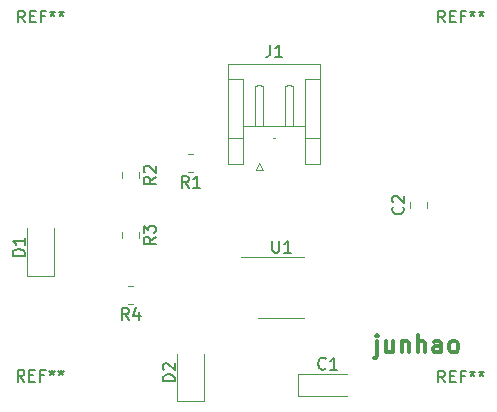
<source format=gbr>
%TF.GenerationSoftware,KiCad,Pcbnew,7.0.10*%
%TF.CreationDate,2024-01-18T11:30:15-08:00*%
%TF.ProjectId,week2,7765656b-322e-46b6-9963-61645f706362,rev?*%
%TF.SameCoordinates,Original*%
%TF.FileFunction,Legend,Top*%
%TF.FilePolarity,Positive*%
%FSLAX46Y46*%
G04 Gerber Fmt 4.6, Leading zero omitted, Abs format (unit mm)*
G04 Created by KiCad (PCBNEW 7.0.10) date 2024-01-18 11:30:15*
%MOMM*%
%LPD*%
G01*
G04 APERTURE LIST*
%ADD10C,0.300000*%
%ADD11C,0.150000*%
%ADD12C,0.120000*%
G04 APERTURE END LIST*
D10*
X178354510Y-113100828D02*
X178354510Y-114386542D01*
X178354510Y-114386542D02*
X178283082Y-114529400D01*
X178283082Y-114529400D02*
X178140225Y-114600828D01*
X178140225Y-114600828D02*
X178068796Y-114600828D01*
X178354510Y-112600828D02*
X178283082Y-112672257D01*
X178283082Y-112672257D02*
X178354510Y-112743685D01*
X178354510Y-112743685D02*
X178425939Y-112672257D01*
X178425939Y-112672257D02*
X178354510Y-112600828D01*
X178354510Y-112600828D02*
X178354510Y-112743685D01*
X179711654Y-113100828D02*
X179711654Y-114100828D01*
X179068796Y-113100828D02*
X179068796Y-113886542D01*
X179068796Y-113886542D02*
X179140225Y-114029400D01*
X179140225Y-114029400D02*
X179283082Y-114100828D01*
X179283082Y-114100828D02*
X179497368Y-114100828D01*
X179497368Y-114100828D02*
X179640225Y-114029400D01*
X179640225Y-114029400D02*
X179711654Y-113957971D01*
X180425939Y-113100828D02*
X180425939Y-114100828D01*
X180425939Y-113243685D02*
X180497368Y-113172257D01*
X180497368Y-113172257D02*
X180640225Y-113100828D01*
X180640225Y-113100828D02*
X180854511Y-113100828D01*
X180854511Y-113100828D02*
X180997368Y-113172257D01*
X180997368Y-113172257D02*
X181068797Y-113315114D01*
X181068797Y-113315114D02*
X181068797Y-114100828D01*
X181783082Y-114100828D02*
X181783082Y-112600828D01*
X182425940Y-114100828D02*
X182425940Y-113315114D01*
X182425940Y-113315114D02*
X182354511Y-113172257D01*
X182354511Y-113172257D02*
X182211654Y-113100828D01*
X182211654Y-113100828D02*
X181997368Y-113100828D01*
X181997368Y-113100828D02*
X181854511Y-113172257D01*
X181854511Y-113172257D02*
X181783082Y-113243685D01*
X183783083Y-114100828D02*
X183783083Y-113315114D01*
X183783083Y-113315114D02*
X183711654Y-113172257D01*
X183711654Y-113172257D02*
X183568797Y-113100828D01*
X183568797Y-113100828D02*
X183283083Y-113100828D01*
X183283083Y-113100828D02*
X183140225Y-113172257D01*
X183783083Y-114029400D02*
X183640225Y-114100828D01*
X183640225Y-114100828D02*
X183283083Y-114100828D01*
X183283083Y-114100828D02*
X183140225Y-114029400D01*
X183140225Y-114029400D02*
X183068797Y-113886542D01*
X183068797Y-113886542D02*
X183068797Y-113743685D01*
X183068797Y-113743685D02*
X183140225Y-113600828D01*
X183140225Y-113600828D02*
X183283083Y-113529400D01*
X183283083Y-113529400D02*
X183640225Y-113529400D01*
X183640225Y-113529400D02*
X183783083Y-113457971D01*
X184711654Y-114100828D02*
X184568797Y-114029400D01*
X184568797Y-114029400D02*
X184497368Y-113957971D01*
X184497368Y-113957971D02*
X184425940Y-113815114D01*
X184425940Y-113815114D02*
X184425940Y-113386542D01*
X184425940Y-113386542D02*
X184497368Y-113243685D01*
X184497368Y-113243685D02*
X184568797Y-113172257D01*
X184568797Y-113172257D02*
X184711654Y-113100828D01*
X184711654Y-113100828D02*
X184925940Y-113100828D01*
X184925940Y-113100828D02*
X185068797Y-113172257D01*
X185068797Y-113172257D02*
X185140226Y-113243685D01*
X185140226Y-113243685D02*
X185211654Y-113386542D01*
X185211654Y-113386542D02*
X185211654Y-113815114D01*
X185211654Y-113815114D02*
X185140226Y-113957971D01*
X185140226Y-113957971D02*
X185068797Y-114029400D01*
X185068797Y-114029400D02*
X184925940Y-114100828D01*
X184925940Y-114100828D02*
X184711654Y-114100828D01*
D11*
X184086666Y-116634819D02*
X183753333Y-116158628D01*
X183515238Y-116634819D02*
X183515238Y-115634819D01*
X183515238Y-115634819D02*
X183896190Y-115634819D01*
X183896190Y-115634819D02*
X183991428Y-115682438D01*
X183991428Y-115682438D02*
X184039047Y-115730057D01*
X184039047Y-115730057D02*
X184086666Y-115825295D01*
X184086666Y-115825295D02*
X184086666Y-115968152D01*
X184086666Y-115968152D02*
X184039047Y-116063390D01*
X184039047Y-116063390D02*
X183991428Y-116111009D01*
X183991428Y-116111009D02*
X183896190Y-116158628D01*
X183896190Y-116158628D02*
X183515238Y-116158628D01*
X184515238Y-116111009D02*
X184848571Y-116111009D01*
X184991428Y-116634819D02*
X184515238Y-116634819D01*
X184515238Y-116634819D02*
X184515238Y-115634819D01*
X184515238Y-115634819D02*
X184991428Y-115634819D01*
X185753333Y-116111009D02*
X185420000Y-116111009D01*
X185420000Y-116634819D02*
X185420000Y-115634819D01*
X185420000Y-115634819D02*
X185896190Y-115634819D01*
X186420000Y-115634819D02*
X186420000Y-115872914D01*
X186181905Y-115777676D02*
X186420000Y-115872914D01*
X186420000Y-115872914D02*
X186658095Y-115777676D01*
X186277143Y-116063390D02*
X186420000Y-115872914D01*
X186420000Y-115872914D02*
X186562857Y-116063390D01*
X187181905Y-115634819D02*
X187181905Y-115872914D01*
X186943810Y-115777676D02*
X187181905Y-115872914D01*
X187181905Y-115872914D02*
X187420000Y-115777676D01*
X187039048Y-116063390D02*
X187181905Y-115872914D01*
X187181905Y-115872914D02*
X187324762Y-116063390D01*
X157313333Y-111324819D02*
X156980000Y-110848628D01*
X156741905Y-111324819D02*
X156741905Y-110324819D01*
X156741905Y-110324819D02*
X157122857Y-110324819D01*
X157122857Y-110324819D02*
X157218095Y-110372438D01*
X157218095Y-110372438D02*
X157265714Y-110420057D01*
X157265714Y-110420057D02*
X157313333Y-110515295D01*
X157313333Y-110515295D02*
X157313333Y-110658152D01*
X157313333Y-110658152D02*
X157265714Y-110753390D01*
X157265714Y-110753390D02*
X157218095Y-110801009D01*
X157218095Y-110801009D02*
X157122857Y-110848628D01*
X157122857Y-110848628D02*
X156741905Y-110848628D01*
X158170476Y-110658152D02*
X158170476Y-111324819D01*
X157932381Y-110277200D02*
X157694286Y-110991485D01*
X157694286Y-110991485D02*
X158313333Y-110991485D01*
X169483095Y-104639819D02*
X169483095Y-105449342D01*
X169483095Y-105449342D02*
X169530714Y-105544580D01*
X169530714Y-105544580D02*
X169578333Y-105592200D01*
X169578333Y-105592200D02*
X169673571Y-105639819D01*
X169673571Y-105639819D02*
X169864047Y-105639819D01*
X169864047Y-105639819D02*
X169959285Y-105592200D01*
X169959285Y-105592200D02*
X170006904Y-105544580D01*
X170006904Y-105544580D02*
X170054523Y-105449342D01*
X170054523Y-105449342D02*
X170054523Y-104639819D01*
X171054523Y-105639819D02*
X170483095Y-105639819D01*
X170768809Y-105639819D02*
X170768809Y-104639819D01*
X170768809Y-104639819D02*
X170673571Y-104782676D01*
X170673571Y-104782676D02*
X170578333Y-104877914D01*
X170578333Y-104877914D02*
X170483095Y-104925533D01*
X159584819Y-99226666D02*
X159108628Y-99559999D01*
X159584819Y-99798094D02*
X158584819Y-99798094D01*
X158584819Y-99798094D02*
X158584819Y-99417142D01*
X158584819Y-99417142D02*
X158632438Y-99321904D01*
X158632438Y-99321904D02*
X158680057Y-99274285D01*
X158680057Y-99274285D02*
X158775295Y-99226666D01*
X158775295Y-99226666D02*
X158918152Y-99226666D01*
X158918152Y-99226666D02*
X159013390Y-99274285D01*
X159013390Y-99274285D02*
X159061009Y-99321904D01*
X159061009Y-99321904D02*
X159108628Y-99417142D01*
X159108628Y-99417142D02*
X159108628Y-99798094D01*
X158680057Y-98845713D02*
X158632438Y-98798094D01*
X158632438Y-98798094D02*
X158584819Y-98702856D01*
X158584819Y-98702856D02*
X158584819Y-98464761D01*
X158584819Y-98464761D02*
X158632438Y-98369523D01*
X158632438Y-98369523D02*
X158680057Y-98321904D01*
X158680057Y-98321904D02*
X158775295Y-98274285D01*
X158775295Y-98274285D02*
X158870533Y-98274285D01*
X158870533Y-98274285D02*
X159013390Y-98321904D01*
X159013390Y-98321904D02*
X159584819Y-98893332D01*
X159584819Y-98893332D02*
X159584819Y-98274285D01*
X148474001Y-116566474D02*
X148140668Y-116090283D01*
X147902573Y-116566474D02*
X147902573Y-115566474D01*
X147902573Y-115566474D02*
X148283525Y-115566474D01*
X148283525Y-115566474D02*
X148378763Y-115614093D01*
X148378763Y-115614093D02*
X148426382Y-115661712D01*
X148426382Y-115661712D02*
X148474001Y-115756950D01*
X148474001Y-115756950D02*
X148474001Y-115899807D01*
X148474001Y-115899807D02*
X148426382Y-115995045D01*
X148426382Y-115995045D02*
X148378763Y-116042664D01*
X148378763Y-116042664D02*
X148283525Y-116090283D01*
X148283525Y-116090283D02*
X147902573Y-116090283D01*
X148902573Y-116042664D02*
X149235906Y-116042664D01*
X149378763Y-116566474D02*
X148902573Y-116566474D01*
X148902573Y-116566474D02*
X148902573Y-115566474D01*
X148902573Y-115566474D02*
X149378763Y-115566474D01*
X150140668Y-116042664D02*
X149807335Y-116042664D01*
X149807335Y-116566474D02*
X149807335Y-115566474D01*
X149807335Y-115566474D02*
X150283525Y-115566474D01*
X150807335Y-115566474D02*
X150807335Y-115804569D01*
X150569240Y-115709331D02*
X150807335Y-115804569D01*
X150807335Y-115804569D02*
X151045430Y-115709331D01*
X150664478Y-115995045D02*
X150807335Y-115804569D01*
X150807335Y-115804569D02*
X150950192Y-115995045D01*
X151569240Y-115566474D02*
X151569240Y-115804569D01*
X151331145Y-115709331D02*
X151569240Y-115804569D01*
X151569240Y-115804569D02*
X151807335Y-115709331D01*
X151426383Y-115995045D02*
X151569240Y-115804569D01*
X151569240Y-115804569D02*
X151712097Y-115995045D01*
X148526666Y-86154819D02*
X148193333Y-85678628D01*
X147955238Y-86154819D02*
X147955238Y-85154819D01*
X147955238Y-85154819D02*
X148336190Y-85154819D01*
X148336190Y-85154819D02*
X148431428Y-85202438D01*
X148431428Y-85202438D02*
X148479047Y-85250057D01*
X148479047Y-85250057D02*
X148526666Y-85345295D01*
X148526666Y-85345295D02*
X148526666Y-85488152D01*
X148526666Y-85488152D02*
X148479047Y-85583390D01*
X148479047Y-85583390D02*
X148431428Y-85631009D01*
X148431428Y-85631009D02*
X148336190Y-85678628D01*
X148336190Y-85678628D02*
X147955238Y-85678628D01*
X148955238Y-85631009D02*
X149288571Y-85631009D01*
X149431428Y-86154819D02*
X148955238Y-86154819D01*
X148955238Y-86154819D02*
X148955238Y-85154819D01*
X148955238Y-85154819D02*
X149431428Y-85154819D01*
X150193333Y-85631009D02*
X149860000Y-85631009D01*
X149860000Y-86154819D02*
X149860000Y-85154819D01*
X149860000Y-85154819D02*
X150336190Y-85154819D01*
X150860000Y-85154819D02*
X150860000Y-85392914D01*
X150621905Y-85297676D02*
X150860000Y-85392914D01*
X150860000Y-85392914D02*
X151098095Y-85297676D01*
X150717143Y-85583390D02*
X150860000Y-85392914D01*
X150860000Y-85392914D02*
X151002857Y-85583390D01*
X151621905Y-85154819D02*
X151621905Y-85392914D01*
X151383810Y-85297676D02*
X151621905Y-85392914D01*
X151621905Y-85392914D02*
X151860000Y-85297676D01*
X151479048Y-85583390D02*
X151621905Y-85392914D01*
X151621905Y-85392914D02*
X151764762Y-85583390D01*
X159584819Y-104306666D02*
X159108628Y-104639999D01*
X159584819Y-104878094D02*
X158584819Y-104878094D01*
X158584819Y-104878094D02*
X158584819Y-104497142D01*
X158584819Y-104497142D02*
X158632438Y-104401904D01*
X158632438Y-104401904D02*
X158680057Y-104354285D01*
X158680057Y-104354285D02*
X158775295Y-104306666D01*
X158775295Y-104306666D02*
X158918152Y-104306666D01*
X158918152Y-104306666D02*
X159013390Y-104354285D01*
X159013390Y-104354285D02*
X159061009Y-104401904D01*
X159061009Y-104401904D02*
X159108628Y-104497142D01*
X159108628Y-104497142D02*
X159108628Y-104878094D01*
X158584819Y-103973332D02*
X158584819Y-103354285D01*
X158584819Y-103354285D02*
X158965771Y-103687618D01*
X158965771Y-103687618D02*
X158965771Y-103544761D01*
X158965771Y-103544761D02*
X159013390Y-103449523D01*
X159013390Y-103449523D02*
X159061009Y-103401904D01*
X159061009Y-103401904D02*
X159156247Y-103354285D01*
X159156247Y-103354285D02*
X159394342Y-103354285D01*
X159394342Y-103354285D02*
X159489580Y-103401904D01*
X159489580Y-103401904D02*
X159537200Y-103449523D01*
X159537200Y-103449523D02*
X159584819Y-103544761D01*
X159584819Y-103544761D02*
X159584819Y-103830475D01*
X159584819Y-103830475D02*
X159537200Y-103925713D01*
X159537200Y-103925713D02*
X159489580Y-103973332D01*
X148494819Y-105930594D02*
X147494819Y-105930594D01*
X147494819Y-105930594D02*
X147494819Y-105692499D01*
X147494819Y-105692499D02*
X147542438Y-105549642D01*
X147542438Y-105549642D02*
X147637676Y-105454404D01*
X147637676Y-105454404D02*
X147732914Y-105406785D01*
X147732914Y-105406785D02*
X147923390Y-105359166D01*
X147923390Y-105359166D02*
X148066247Y-105359166D01*
X148066247Y-105359166D02*
X148256723Y-105406785D01*
X148256723Y-105406785D02*
X148351961Y-105454404D01*
X148351961Y-105454404D02*
X148447200Y-105549642D01*
X148447200Y-105549642D02*
X148494819Y-105692499D01*
X148494819Y-105692499D02*
X148494819Y-105930594D01*
X148494819Y-104406785D02*
X148494819Y-104978213D01*
X148494819Y-104692499D02*
X147494819Y-104692499D01*
X147494819Y-104692499D02*
X147637676Y-104787737D01*
X147637676Y-104787737D02*
X147732914Y-104882975D01*
X147732914Y-104882975D02*
X147780533Y-104978213D01*
X184086666Y-86154819D02*
X183753333Y-85678628D01*
X183515238Y-86154819D02*
X183515238Y-85154819D01*
X183515238Y-85154819D02*
X183896190Y-85154819D01*
X183896190Y-85154819D02*
X183991428Y-85202438D01*
X183991428Y-85202438D02*
X184039047Y-85250057D01*
X184039047Y-85250057D02*
X184086666Y-85345295D01*
X184086666Y-85345295D02*
X184086666Y-85488152D01*
X184086666Y-85488152D02*
X184039047Y-85583390D01*
X184039047Y-85583390D02*
X183991428Y-85631009D01*
X183991428Y-85631009D02*
X183896190Y-85678628D01*
X183896190Y-85678628D02*
X183515238Y-85678628D01*
X184515238Y-85631009D02*
X184848571Y-85631009D01*
X184991428Y-86154819D02*
X184515238Y-86154819D01*
X184515238Y-86154819D02*
X184515238Y-85154819D01*
X184515238Y-85154819D02*
X184991428Y-85154819D01*
X185753333Y-85631009D02*
X185420000Y-85631009D01*
X185420000Y-86154819D02*
X185420000Y-85154819D01*
X185420000Y-85154819D02*
X185896190Y-85154819D01*
X186420000Y-85154819D02*
X186420000Y-85392914D01*
X186181905Y-85297676D02*
X186420000Y-85392914D01*
X186420000Y-85392914D02*
X186658095Y-85297676D01*
X186277143Y-85583390D02*
X186420000Y-85392914D01*
X186420000Y-85392914D02*
X186562857Y-85583390D01*
X187181905Y-85154819D02*
X187181905Y-85392914D01*
X186943810Y-85297676D02*
X187181905Y-85392914D01*
X187181905Y-85392914D02*
X187420000Y-85297676D01*
X187039048Y-85583390D02*
X187181905Y-85392914D01*
X187181905Y-85392914D02*
X187324762Y-85583390D01*
X162393333Y-100164819D02*
X162060000Y-99688628D01*
X161821905Y-100164819D02*
X161821905Y-99164819D01*
X161821905Y-99164819D02*
X162202857Y-99164819D01*
X162202857Y-99164819D02*
X162298095Y-99212438D01*
X162298095Y-99212438D02*
X162345714Y-99260057D01*
X162345714Y-99260057D02*
X162393333Y-99355295D01*
X162393333Y-99355295D02*
X162393333Y-99498152D01*
X162393333Y-99498152D02*
X162345714Y-99593390D01*
X162345714Y-99593390D02*
X162298095Y-99641009D01*
X162298095Y-99641009D02*
X162202857Y-99688628D01*
X162202857Y-99688628D02*
X161821905Y-99688628D01*
X163345714Y-100164819D02*
X162774286Y-100164819D01*
X163060000Y-100164819D02*
X163060000Y-99164819D01*
X163060000Y-99164819D02*
X162964762Y-99307676D01*
X162964762Y-99307676D02*
X162869524Y-99402914D01*
X162869524Y-99402914D02*
X162774286Y-99450533D01*
X161194819Y-116525594D02*
X160194819Y-116525594D01*
X160194819Y-116525594D02*
X160194819Y-116287499D01*
X160194819Y-116287499D02*
X160242438Y-116144642D01*
X160242438Y-116144642D02*
X160337676Y-116049404D01*
X160337676Y-116049404D02*
X160432914Y-116001785D01*
X160432914Y-116001785D02*
X160623390Y-115954166D01*
X160623390Y-115954166D02*
X160766247Y-115954166D01*
X160766247Y-115954166D02*
X160956723Y-116001785D01*
X160956723Y-116001785D02*
X161051961Y-116049404D01*
X161051961Y-116049404D02*
X161147200Y-116144642D01*
X161147200Y-116144642D02*
X161194819Y-116287499D01*
X161194819Y-116287499D02*
X161194819Y-116525594D01*
X160290057Y-115573213D02*
X160242438Y-115525594D01*
X160242438Y-115525594D02*
X160194819Y-115430356D01*
X160194819Y-115430356D02*
X160194819Y-115192261D01*
X160194819Y-115192261D02*
X160242438Y-115097023D01*
X160242438Y-115097023D02*
X160290057Y-115049404D01*
X160290057Y-115049404D02*
X160385295Y-115001785D01*
X160385295Y-115001785D02*
X160480533Y-115001785D01*
X160480533Y-115001785D02*
X160623390Y-115049404D01*
X160623390Y-115049404D02*
X161194819Y-115620832D01*
X161194819Y-115620832D02*
X161194819Y-115001785D01*
X173990833Y-115449580D02*
X173943214Y-115497200D01*
X173943214Y-115497200D02*
X173800357Y-115544819D01*
X173800357Y-115544819D02*
X173705119Y-115544819D01*
X173705119Y-115544819D02*
X173562262Y-115497200D01*
X173562262Y-115497200D02*
X173467024Y-115401961D01*
X173467024Y-115401961D02*
X173419405Y-115306723D01*
X173419405Y-115306723D02*
X173371786Y-115116247D01*
X173371786Y-115116247D02*
X173371786Y-114973390D01*
X173371786Y-114973390D02*
X173419405Y-114782914D01*
X173419405Y-114782914D02*
X173467024Y-114687676D01*
X173467024Y-114687676D02*
X173562262Y-114592438D01*
X173562262Y-114592438D02*
X173705119Y-114544819D01*
X173705119Y-114544819D02*
X173800357Y-114544819D01*
X173800357Y-114544819D02*
X173943214Y-114592438D01*
X173943214Y-114592438D02*
X173990833Y-114640057D01*
X174943214Y-115544819D02*
X174371786Y-115544819D01*
X174657500Y-115544819D02*
X174657500Y-114544819D01*
X174657500Y-114544819D02*
X174562262Y-114687676D01*
X174562262Y-114687676D02*
X174467024Y-114782914D01*
X174467024Y-114782914D02*
X174371786Y-114830533D01*
X169284166Y-88074819D02*
X169284166Y-88789104D01*
X169284166Y-88789104D02*
X169236547Y-88931961D01*
X169236547Y-88931961D02*
X169141309Y-89027200D01*
X169141309Y-89027200D02*
X168998452Y-89074819D01*
X168998452Y-89074819D02*
X168903214Y-89074819D01*
X170284166Y-89074819D02*
X169712738Y-89074819D01*
X169998452Y-89074819D02*
X169998452Y-88074819D01*
X169998452Y-88074819D02*
X169903214Y-88217676D01*
X169903214Y-88217676D02*
X169807976Y-88312914D01*
X169807976Y-88312914D02*
X169712738Y-88360533D01*
X180522080Y-101766666D02*
X180569700Y-101814285D01*
X180569700Y-101814285D02*
X180617319Y-101957142D01*
X180617319Y-101957142D02*
X180617319Y-102052380D01*
X180617319Y-102052380D02*
X180569700Y-102195237D01*
X180569700Y-102195237D02*
X180474461Y-102290475D01*
X180474461Y-102290475D02*
X180379223Y-102338094D01*
X180379223Y-102338094D02*
X180188747Y-102385713D01*
X180188747Y-102385713D02*
X180045890Y-102385713D01*
X180045890Y-102385713D02*
X179855414Y-102338094D01*
X179855414Y-102338094D02*
X179760176Y-102290475D01*
X179760176Y-102290475D02*
X179664938Y-102195237D01*
X179664938Y-102195237D02*
X179617319Y-102052380D01*
X179617319Y-102052380D02*
X179617319Y-101957142D01*
X179617319Y-101957142D02*
X179664938Y-101814285D01*
X179664938Y-101814285D02*
X179712557Y-101766666D01*
X179712557Y-101385713D02*
X179664938Y-101338094D01*
X179664938Y-101338094D02*
X179617319Y-101242856D01*
X179617319Y-101242856D02*
X179617319Y-101004761D01*
X179617319Y-101004761D02*
X179664938Y-100909523D01*
X179664938Y-100909523D02*
X179712557Y-100861904D01*
X179712557Y-100861904D02*
X179807795Y-100814285D01*
X179807795Y-100814285D02*
X179903033Y-100814285D01*
X179903033Y-100814285D02*
X180045890Y-100861904D01*
X180045890Y-100861904D02*
X180617319Y-101433332D01*
X180617319Y-101433332D02*
X180617319Y-100814285D01*
D12*
%TO.C,R4*%
X157707064Y-109955000D02*
X157252936Y-109955000D01*
X157707064Y-108485000D02*
X157252936Y-108485000D01*
%TO.C,U1*%
X170245000Y-106025000D02*
X166795000Y-106025000D01*
X170245000Y-106025000D02*
X172195000Y-106025000D01*
X170245000Y-111145000D02*
X168295000Y-111145000D01*
X170245000Y-111145000D02*
X172195000Y-111145000D01*
%TO.C,R2*%
X158215000Y-98832936D02*
X158215000Y-99287064D01*
X156745000Y-98832936D02*
X156745000Y-99287064D01*
%TO.C,R3*%
X158215000Y-103912936D02*
X158215000Y-104367064D01*
X156745000Y-103912936D02*
X156745000Y-104367064D01*
%TO.C,D1*%
X148725000Y-107652500D02*
X150995000Y-107652500D01*
X150995000Y-107652500D02*
X150995000Y-103592500D01*
X148725000Y-103592500D02*
X148725000Y-107652500D01*
%TO.C,R1*%
X162787064Y-98795000D02*
X162332936Y-98795000D01*
X162787064Y-97325000D02*
X162332936Y-97325000D01*
%TO.C,D2*%
X161425000Y-118247500D02*
X163695000Y-118247500D01*
X163695000Y-118247500D02*
X163695000Y-114187500D01*
X161425000Y-114187500D02*
X161425000Y-118247500D01*
%TO.C,C1*%
X171672500Y-115905000D02*
X171672500Y-117775000D01*
X171672500Y-117775000D02*
X175757500Y-117775000D01*
X175757500Y-115905000D02*
X171672500Y-115905000D01*
%TO.C,J1*%
X165757500Y-89710000D02*
X173477500Y-89710000D01*
X165757500Y-90930000D02*
X166977500Y-90930000D01*
X165757500Y-98130000D02*
X165757500Y-89710000D01*
X166977500Y-90930000D02*
X166977500Y-95930000D01*
X166977500Y-94930000D02*
X172257500Y-94930000D01*
X166977500Y-95930000D02*
X165757500Y-95930000D01*
X166977500Y-95930000D02*
X166977500Y-98130000D01*
X166977500Y-98130000D02*
X165757500Y-98130000D01*
X168047500Y-91510000D02*
X168367500Y-91430000D01*
X168047500Y-94930000D02*
X168047500Y-91510000D01*
X168067500Y-98620000D02*
X168667500Y-98620000D01*
X168367500Y-91430000D02*
X168687500Y-91510000D01*
X168367500Y-94930000D02*
X168047500Y-94930000D01*
X168367500Y-98020000D02*
X168067500Y-98620000D01*
X168667500Y-98620000D02*
X168367500Y-98020000D01*
X168687500Y-91510000D02*
X168687500Y-94930000D01*
X168687500Y-94930000D02*
X168367500Y-94930000D01*
X169537500Y-95930000D02*
X169697500Y-95930000D01*
X170547500Y-91510000D02*
X170867500Y-91430000D01*
X170547500Y-94930000D02*
X170547500Y-91510000D01*
X170867500Y-91430000D02*
X171187500Y-91510000D01*
X170867500Y-94930000D02*
X170547500Y-94930000D01*
X171187500Y-91510000D02*
X171187500Y-94930000D01*
X171187500Y-94930000D02*
X170867500Y-94930000D01*
X172257500Y-90930000D02*
X172257500Y-95930000D01*
X172257500Y-95930000D02*
X173477500Y-95930000D01*
X172257500Y-98130000D02*
X172257500Y-95930000D01*
X173477500Y-89710000D02*
X173477500Y-98130000D01*
X173477500Y-90930000D02*
X172257500Y-90930000D01*
X173477500Y-98130000D02*
X172257500Y-98130000D01*
%TO.C,C2*%
X181107500Y-101861252D02*
X181107500Y-101338748D01*
X182577500Y-101861252D02*
X182577500Y-101338748D01*
%TD*%
M02*

</source>
